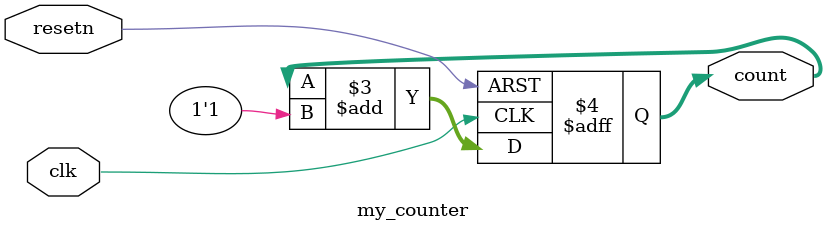
<source format=v>
module my_counter (
    input clk,
    input resetn,
    output reg [7:0] count
);

    always@(posedge clk or negedge resetn) begin
        if(~resetn) begin
            count <= 'b0;
        end else begin
            count <= count + 1'b1;
        end
    end

endmodule

</source>
